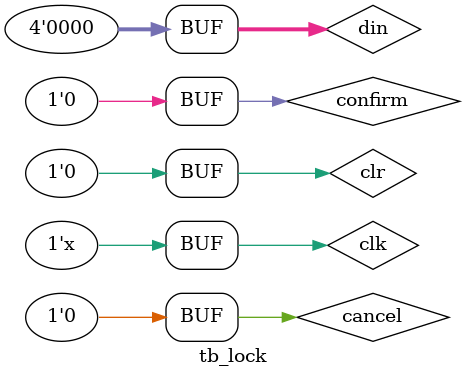
<source format=v>
`timescale 1ns / 1ps 
module tb_lock(); 
reg clk;
reg clr;         
reg cancel;       //取消键'*'
reg [3:0] din;   //数字键
reg confirm;     //确定键'#'
wire unlock_ok;  //开锁,输出1
wire reset_ok;   //成功重设密码，输出1
wire locking;    //输错密码锁定状态,输出1

initial begin
	clk <= 0; 
    confirm <= 0;
    din <= 0;
    cancel <= 0;
    clr <= 1;
    #30
    clr <= 0;
    
    //依次输入 1 2 3 4 确认,成功开锁
    din <= 1;
    #20
    din <= 2;
    #20  
    din <= 3;
    #20  
    din <= 4;
    #20  
    din <= 0;
    confirm <= 1;

    #20
    confirm <= 0;
    #20
    #20
    #20
    #20

    //依次输入 1 2 3 5 确认,无法开锁
    din <= 1;
    #20
    din <= 2;
    #20
    din <= 3;
    #20
    din <= 5;
    #20  
    din <= 0;
    confirm <= 1;


    #20
    confirm <= 0;
    din <= 1;
    #20
    din <= 0;
    #20
    #20
    #20
    #20


    //依次输入 230419 230419 6789 6789 确认 
    //密码从默认的1234 修改为 6789
    din <= 2; #20
    din <= 3; #20
    din <= 0; #20
    din <= 4; #20
    din <= 1; #20
    din <= 9; #20
    din <= 2; #20
    din <= 3; #20
    din <= 0; #20
    din <= 4; #20
    din <= 1; #20
    din <= 9; #20
    din <= 6; #20
    din <= 7; #20
    din <= 8; #20
    din <= 9; #20
    din <= 6; #20
    din <= 7; #20
    din <= 8; #20
    din <= 9; #20
    confirm <= 1; #20
    confirm <= 0; din <= 0; #20


    //连续输入3次错误密码：
    //1234 # 1234 # 1234 #
    din <= 1; confirm <= 0; #20
    din <= 2; #20
    din <= 3; #20
    din <= 4; #20
    din <= 0; confirm <= 1; #20
    din <= 1; confirm <= 0; #20
    din <= 2; #20
    din <= 3; #20
    din <= 4; #20
    din <= 0; confirm <= 1; #20 
    din <= 1; confirm <= 0; #20
    din <= 2; #20
    din <= 3; #20
    din <= 4; #20
    din <= 0; confirm <= 1; #20

    //连续输错三次后，进入lock状态，无法开锁
    din <= 6; confirm <= 0; #20
    din <= 7; #20
    din <= 8; #20
    din <= 9; #20
    din <= 0; confirm <= 1; #20

    //中途取消test
    din <= 6; confirm <= 0; #20
    din <= 7; #20
    din <= 8; #20
    cancel <= 1; din <= 0; #20
    din <= 9; cancel <= 0; #20
    din <= 0; confirm <= 1; #20
    confirm <= 0;


end

//生成时钟，模拟晶振实际的周期时序
always #10 clk = ~clk;  //每10ns，sys_clk进行翻转，达到模拟晶振周期为20ns
 

lock test_lock(   
	.clk(clk),
    .clr(clr),
    .din(din),
    .confirm(confirm),
    .cancel(cancel),
    .unlock_ok(unlock_ok),
    .reset_ok(reset_ok),
    .locking(locking)
);

endmodule

</source>
